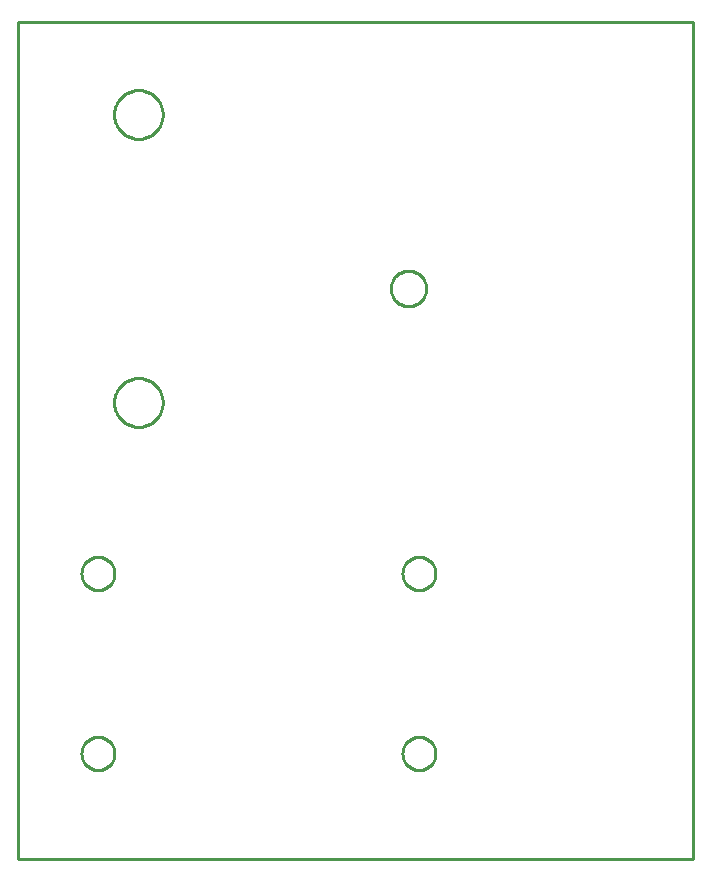
<source format=gbr>
G04 EAGLE Gerber RS-274X export*
G75*
%MOMM*%
%FSLAX34Y34*%
%LPD*%
%IN*%
%IPPOS*%
%AMOC8*
5,1,8,0,0,1.08239X$1,22.5*%
G01*
%ADD10C,0.254000*%


D10*
X0Y0D02*
X571300Y0D01*
X571300Y707900D01*
X0Y707900D01*
X0Y0D01*
X315200Y483136D02*
X315276Y484204D01*
X315429Y485265D01*
X315657Y486312D01*
X315959Y487340D01*
X316333Y488344D01*
X316778Y489319D01*
X317292Y490259D01*
X317871Y491160D01*
X318513Y492018D01*
X319215Y492828D01*
X319972Y493585D01*
X320782Y494287D01*
X321640Y494929D01*
X322541Y495508D01*
X323481Y496022D01*
X324456Y496467D01*
X325460Y496841D01*
X326488Y497143D01*
X327535Y497371D01*
X328596Y497524D01*
X329664Y497600D01*
X330736Y497600D01*
X331804Y497524D01*
X332865Y497371D01*
X333912Y497143D01*
X334940Y496841D01*
X335944Y496467D01*
X336919Y496022D01*
X337859Y495508D01*
X338760Y494929D01*
X339618Y494287D01*
X340428Y493585D01*
X341185Y492828D01*
X341887Y492018D01*
X342529Y491160D01*
X343108Y490259D01*
X343622Y489319D01*
X344067Y488344D01*
X344441Y487340D01*
X344743Y486312D01*
X344971Y485265D01*
X345124Y484204D01*
X345200Y483136D01*
X345200Y482064D01*
X345124Y480996D01*
X344971Y479935D01*
X344743Y478888D01*
X344441Y477860D01*
X344067Y476856D01*
X343622Y475881D01*
X343108Y474941D01*
X342529Y474040D01*
X341887Y473182D01*
X341185Y472372D01*
X340428Y471615D01*
X339618Y470913D01*
X338760Y470271D01*
X337859Y469692D01*
X336919Y469178D01*
X335944Y468733D01*
X334940Y468359D01*
X333912Y468057D01*
X332865Y467829D01*
X331804Y467676D01*
X330736Y467600D01*
X329664Y467600D01*
X328596Y467676D01*
X327535Y467829D01*
X326488Y468057D01*
X325460Y468359D01*
X324456Y468733D01*
X323481Y469178D01*
X322541Y469692D01*
X321640Y470271D01*
X320782Y470913D01*
X319972Y471615D01*
X319215Y472372D01*
X318513Y473182D01*
X317871Y474040D01*
X317292Y474941D01*
X316778Y475881D01*
X316333Y476856D01*
X315959Y477860D01*
X315657Y478888D01*
X315429Y479935D01*
X315276Y480996D01*
X315200Y482064D01*
X315200Y483136D01*
X102222Y650494D02*
X103463Y650419D01*
X104697Y650269D01*
X105920Y650045D01*
X107127Y649747D01*
X108314Y649377D01*
X109477Y648937D01*
X110611Y648426D01*
X111712Y647848D01*
X112776Y647205D01*
X113799Y646499D01*
X114778Y645732D01*
X115708Y644908D01*
X116588Y644028D01*
X117412Y643098D01*
X118179Y642119D01*
X118885Y641096D01*
X119528Y640032D01*
X120106Y638931D01*
X120617Y637797D01*
X121057Y636634D01*
X121427Y635447D01*
X121725Y634240D01*
X121949Y633017D01*
X122099Y631783D01*
X122174Y630542D01*
X122174Y629298D01*
X122099Y628057D01*
X121949Y626823D01*
X121725Y625600D01*
X121427Y624393D01*
X121057Y623206D01*
X120617Y622043D01*
X120106Y620909D01*
X119528Y619808D01*
X118885Y618744D01*
X118179Y617721D01*
X117412Y616742D01*
X116588Y615812D01*
X115708Y614932D01*
X114778Y614108D01*
X113799Y613341D01*
X112776Y612635D01*
X111712Y611992D01*
X110611Y611414D01*
X109477Y610903D01*
X108314Y610463D01*
X107127Y610093D01*
X105920Y609795D01*
X104697Y609571D01*
X103463Y609421D01*
X102222Y609346D01*
X100978Y609346D01*
X99737Y609421D01*
X98503Y609571D01*
X97280Y609795D01*
X96073Y610093D01*
X94886Y610463D01*
X93723Y610903D01*
X92589Y611414D01*
X91488Y611992D01*
X90424Y612635D01*
X89401Y613341D01*
X88422Y614108D01*
X87492Y614932D01*
X86612Y615812D01*
X85788Y616742D01*
X85021Y617721D01*
X84315Y618744D01*
X83672Y619808D01*
X83094Y620909D01*
X82583Y622043D01*
X82143Y623206D01*
X81773Y624393D01*
X81475Y625600D01*
X81251Y626823D01*
X81101Y628057D01*
X81026Y629298D01*
X81026Y630542D01*
X81101Y631783D01*
X81251Y633017D01*
X81475Y634240D01*
X81773Y635447D01*
X82143Y636634D01*
X82583Y637797D01*
X83094Y638931D01*
X83672Y640032D01*
X84315Y641096D01*
X85021Y642119D01*
X85788Y643098D01*
X86612Y644028D01*
X87492Y644908D01*
X88422Y645732D01*
X89401Y646499D01*
X90424Y647205D01*
X91488Y647848D01*
X92589Y648426D01*
X93723Y648937D01*
X94886Y649377D01*
X96073Y649747D01*
X97280Y650045D01*
X98503Y650269D01*
X99737Y650419D01*
X100978Y650494D01*
X102222Y650494D01*
X102222Y406654D02*
X103463Y406579D01*
X104697Y406429D01*
X105920Y406205D01*
X107127Y405907D01*
X108314Y405537D01*
X109477Y405097D01*
X110611Y404586D01*
X111712Y404008D01*
X112776Y403365D01*
X113799Y402659D01*
X114778Y401892D01*
X115708Y401068D01*
X116588Y400188D01*
X117412Y399258D01*
X118179Y398279D01*
X118885Y397256D01*
X119528Y396192D01*
X120106Y395091D01*
X120617Y393957D01*
X121057Y392794D01*
X121427Y391607D01*
X121725Y390400D01*
X121949Y389177D01*
X122099Y387943D01*
X122174Y386702D01*
X122174Y385458D01*
X122099Y384217D01*
X121949Y382983D01*
X121725Y381760D01*
X121427Y380553D01*
X121057Y379366D01*
X120617Y378203D01*
X120106Y377069D01*
X119528Y375968D01*
X118885Y374904D01*
X118179Y373881D01*
X117412Y372902D01*
X116588Y371972D01*
X115708Y371092D01*
X114778Y370268D01*
X113799Y369501D01*
X112776Y368795D01*
X111712Y368152D01*
X110611Y367574D01*
X109477Y367063D01*
X108314Y366623D01*
X107127Y366253D01*
X105920Y365955D01*
X104697Y365731D01*
X103463Y365581D01*
X102222Y365506D01*
X100978Y365506D01*
X99737Y365581D01*
X98503Y365731D01*
X97280Y365955D01*
X96073Y366253D01*
X94886Y366623D01*
X93723Y367063D01*
X92589Y367574D01*
X91488Y368152D01*
X90424Y368795D01*
X89401Y369501D01*
X88422Y370268D01*
X87492Y371092D01*
X86612Y371972D01*
X85788Y372902D01*
X85021Y373881D01*
X84315Y374904D01*
X83672Y375968D01*
X83094Y377069D01*
X82583Y378203D01*
X82143Y379366D01*
X81773Y380553D01*
X81475Y381760D01*
X81251Y382983D01*
X81101Y384217D01*
X81026Y385458D01*
X81026Y386702D01*
X81101Y387943D01*
X81251Y389177D01*
X81475Y390400D01*
X81773Y391607D01*
X82143Y392794D01*
X82583Y393957D01*
X83094Y395091D01*
X83672Y396192D01*
X84315Y397256D01*
X85021Y398279D01*
X85788Y399258D01*
X86612Y400188D01*
X87492Y401068D01*
X88422Y401892D01*
X89401Y402659D01*
X90424Y403365D01*
X91488Y404008D01*
X92589Y404586D01*
X93723Y405097D01*
X94886Y405537D01*
X96073Y405907D01*
X97280Y406205D01*
X98503Y406429D01*
X99737Y406579D01*
X100978Y406654D01*
X102222Y406654D01*
X325090Y89400D02*
X325161Y90398D01*
X325304Y91387D01*
X325516Y92365D01*
X325798Y93324D01*
X326147Y94261D01*
X326563Y95171D01*
X327042Y96048D01*
X327583Y96890D01*
X328182Y97690D01*
X328837Y98446D01*
X329544Y99153D01*
X330300Y99808D01*
X331100Y100407D01*
X331942Y100948D01*
X332819Y101427D01*
X333729Y101843D01*
X334666Y102192D01*
X335626Y102474D01*
X336603Y102686D01*
X337593Y102829D01*
X338590Y102900D01*
X339590Y102900D01*
X340588Y102829D01*
X341577Y102686D01*
X342555Y102474D01*
X343514Y102192D01*
X344451Y101843D01*
X345361Y101427D01*
X346238Y100948D01*
X347080Y100407D01*
X347880Y99808D01*
X348636Y99153D01*
X349343Y98446D01*
X349998Y97690D01*
X350597Y96890D01*
X351138Y96048D01*
X351617Y95171D01*
X352033Y94261D01*
X352382Y93324D01*
X352664Y92365D01*
X352876Y91387D01*
X353019Y90398D01*
X353090Y89400D01*
X353090Y88400D01*
X353019Y87403D01*
X352876Y86413D01*
X352664Y85436D01*
X352382Y84476D01*
X352033Y83539D01*
X351617Y82629D01*
X351138Y81752D01*
X350597Y80910D01*
X349998Y80110D01*
X349343Y79354D01*
X348636Y78647D01*
X347880Y77992D01*
X347080Y77393D01*
X346238Y76852D01*
X345361Y76373D01*
X344451Y75957D01*
X343514Y75608D01*
X342555Y75326D01*
X341577Y75114D01*
X340588Y74971D01*
X339590Y74900D01*
X338590Y74900D01*
X337593Y74971D01*
X336603Y75114D01*
X335626Y75326D01*
X334666Y75608D01*
X333729Y75957D01*
X332819Y76373D01*
X331942Y76852D01*
X331100Y77393D01*
X330300Y77992D01*
X329544Y78647D01*
X328837Y79354D01*
X328182Y80110D01*
X327583Y80910D01*
X327042Y81752D01*
X326563Y82629D01*
X326147Y83539D01*
X325798Y84476D01*
X325516Y85436D01*
X325304Y86413D01*
X325161Y87403D01*
X325090Y88400D01*
X325090Y89400D01*
X325090Y241800D02*
X325161Y242798D01*
X325304Y243787D01*
X325516Y244765D01*
X325798Y245724D01*
X326147Y246661D01*
X326563Y247571D01*
X327042Y248448D01*
X327583Y249290D01*
X328182Y250090D01*
X328837Y250846D01*
X329544Y251553D01*
X330300Y252208D01*
X331100Y252807D01*
X331942Y253348D01*
X332819Y253827D01*
X333729Y254243D01*
X334666Y254592D01*
X335626Y254874D01*
X336603Y255086D01*
X337593Y255229D01*
X338590Y255300D01*
X339590Y255300D01*
X340588Y255229D01*
X341577Y255086D01*
X342555Y254874D01*
X343514Y254592D01*
X344451Y254243D01*
X345361Y253827D01*
X346238Y253348D01*
X347080Y252807D01*
X347880Y252208D01*
X348636Y251553D01*
X349343Y250846D01*
X349998Y250090D01*
X350597Y249290D01*
X351138Y248448D01*
X351617Y247571D01*
X352033Y246661D01*
X352382Y245724D01*
X352664Y244765D01*
X352876Y243787D01*
X353019Y242798D01*
X353090Y241800D01*
X353090Y240800D01*
X353019Y239803D01*
X352876Y238813D01*
X352664Y237836D01*
X352382Y236876D01*
X352033Y235939D01*
X351617Y235029D01*
X351138Y234152D01*
X350597Y233310D01*
X349998Y232510D01*
X349343Y231754D01*
X348636Y231047D01*
X347880Y230392D01*
X347080Y229793D01*
X346238Y229252D01*
X345361Y228773D01*
X344451Y228357D01*
X343514Y228008D01*
X342555Y227726D01*
X341577Y227514D01*
X340588Y227371D01*
X339590Y227300D01*
X338590Y227300D01*
X337593Y227371D01*
X336603Y227514D01*
X335626Y227726D01*
X334666Y228008D01*
X333729Y228357D01*
X332819Y228773D01*
X331942Y229252D01*
X331100Y229793D01*
X330300Y230392D01*
X329544Y231047D01*
X328837Y231754D01*
X328182Y232510D01*
X327583Y233310D01*
X327042Y234152D01*
X326563Y235029D01*
X326147Y235939D01*
X325798Y236876D01*
X325516Y237836D01*
X325304Y238813D01*
X325161Y239803D01*
X325090Y240800D01*
X325090Y241800D01*
X53310Y241800D02*
X53381Y242798D01*
X53524Y243787D01*
X53736Y244765D01*
X54018Y245724D01*
X54367Y246661D01*
X54783Y247571D01*
X55262Y248448D01*
X55803Y249290D01*
X56402Y250090D01*
X57057Y250846D01*
X57764Y251553D01*
X58520Y252208D01*
X59320Y252807D01*
X60162Y253348D01*
X61039Y253827D01*
X61949Y254243D01*
X62886Y254592D01*
X63846Y254874D01*
X64823Y255086D01*
X65813Y255229D01*
X66810Y255300D01*
X67810Y255300D01*
X68808Y255229D01*
X69797Y255086D01*
X70775Y254874D01*
X71734Y254592D01*
X72671Y254243D01*
X73581Y253827D01*
X74458Y253348D01*
X75300Y252807D01*
X76100Y252208D01*
X76856Y251553D01*
X77563Y250846D01*
X78218Y250090D01*
X78817Y249290D01*
X79358Y248448D01*
X79837Y247571D01*
X80253Y246661D01*
X80602Y245724D01*
X80884Y244765D01*
X81096Y243787D01*
X81239Y242798D01*
X81310Y241800D01*
X81310Y240800D01*
X81239Y239803D01*
X81096Y238813D01*
X80884Y237836D01*
X80602Y236876D01*
X80253Y235939D01*
X79837Y235029D01*
X79358Y234152D01*
X78817Y233310D01*
X78218Y232510D01*
X77563Y231754D01*
X76856Y231047D01*
X76100Y230392D01*
X75300Y229793D01*
X74458Y229252D01*
X73581Y228773D01*
X72671Y228357D01*
X71734Y228008D01*
X70775Y227726D01*
X69797Y227514D01*
X68808Y227371D01*
X67810Y227300D01*
X66810Y227300D01*
X65813Y227371D01*
X64823Y227514D01*
X63846Y227726D01*
X62886Y228008D01*
X61949Y228357D01*
X61039Y228773D01*
X60162Y229252D01*
X59320Y229793D01*
X58520Y230392D01*
X57764Y231047D01*
X57057Y231754D01*
X56402Y232510D01*
X55803Y233310D01*
X55262Y234152D01*
X54783Y235029D01*
X54367Y235939D01*
X54018Y236876D01*
X53736Y237836D01*
X53524Y238813D01*
X53381Y239803D01*
X53310Y240800D01*
X53310Y241800D01*
X53310Y89400D02*
X53381Y90398D01*
X53524Y91387D01*
X53736Y92365D01*
X54018Y93324D01*
X54367Y94261D01*
X54783Y95171D01*
X55262Y96048D01*
X55803Y96890D01*
X56402Y97690D01*
X57057Y98446D01*
X57764Y99153D01*
X58520Y99808D01*
X59320Y100407D01*
X60162Y100948D01*
X61039Y101427D01*
X61949Y101843D01*
X62886Y102192D01*
X63846Y102474D01*
X64823Y102686D01*
X65813Y102829D01*
X66810Y102900D01*
X67810Y102900D01*
X68808Y102829D01*
X69797Y102686D01*
X70775Y102474D01*
X71734Y102192D01*
X72671Y101843D01*
X73581Y101427D01*
X74458Y100948D01*
X75300Y100407D01*
X76100Y99808D01*
X76856Y99153D01*
X77563Y98446D01*
X78218Y97690D01*
X78817Y96890D01*
X79358Y96048D01*
X79837Y95171D01*
X80253Y94261D01*
X80602Y93324D01*
X80884Y92365D01*
X81096Y91387D01*
X81239Y90398D01*
X81310Y89400D01*
X81310Y88400D01*
X81239Y87403D01*
X81096Y86413D01*
X80884Y85436D01*
X80602Y84476D01*
X80253Y83539D01*
X79837Y82629D01*
X79358Y81752D01*
X78817Y80910D01*
X78218Y80110D01*
X77563Y79354D01*
X76856Y78647D01*
X76100Y77992D01*
X75300Y77393D01*
X74458Y76852D01*
X73581Y76373D01*
X72671Y75957D01*
X71734Y75608D01*
X70775Y75326D01*
X69797Y75114D01*
X68808Y74971D01*
X67810Y74900D01*
X66810Y74900D01*
X65813Y74971D01*
X64823Y75114D01*
X63846Y75326D01*
X62886Y75608D01*
X61949Y75957D01*
X61039Y76373D01*
X60162Y76852D01*
X59320Y77393D01*
X58520Y77992D01*
X57764Y78647D01*
X57057Y79354D01*
X56402Y80110D01*
X55803Y80910D01*
X55262Y81752D01*
X54783Y82629D01*
X54367Y83539D01*
X54018Y84476D01*
X53736Y85436D01*
X53524Y86413D01*
X53381Y87403D01*
X53310Y88400D01*
X53310Y89400D01*
M02*

</source>
